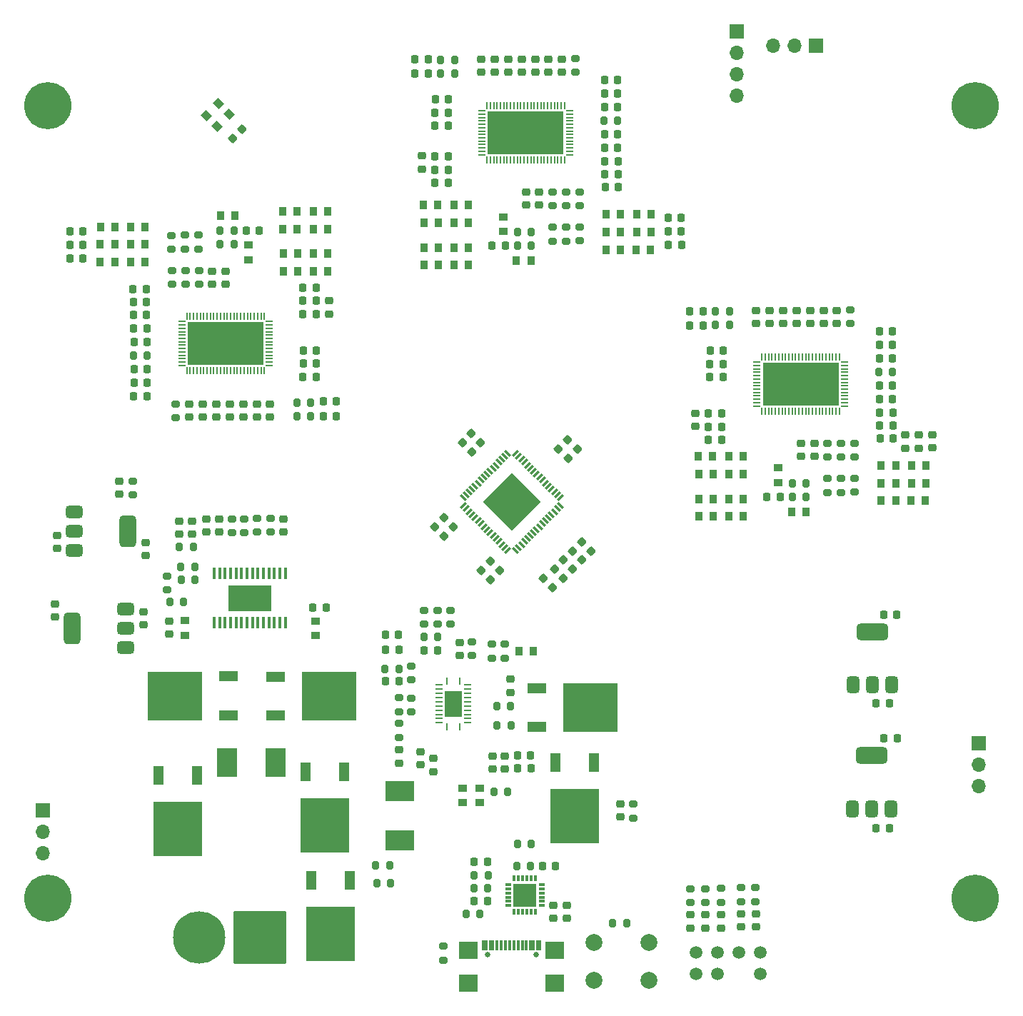
<source format=gts>
%TF.GenerationSoftware,KiCad,Pcbnew,8.0.7*%
%TF.CreationDate,2025-01-21T13:47:34+01:00*%
%TF.ProjectId,motordriver,6d6f746f-7264-4726-9976-65722e6b6963,rev?*%
%TF.SameCoordinates,Original*%
%TF.FileFunction,Soldermask,Top*%
%TF.FilePolarity,Negative*%
%FSLAX46Y46*%
G04 Gerber Fmt 4.6, Leading zero omitted, Abs format (unit mm)*
G04 Created by KiCad (PCBNEW 8.0.7) date 2025-01-21 13:47:34*
%MOMM*%
%LPD*%
G01*
G04 APERTURE LIST*
G04 Aperture macros list*
%AMRoundRect*
0 Rectangle with rounded corners*
0 $1 Rounding radius*
0 $2 $3 $4 $5 $6 $7 $8 $9 X,Y pos of 4 corners*
0 Add a 4 corners polygon primitive as box body*
4,1,4,$2,$3,$4,$5,$6,$7,$8,$9,$2,$3,0*
0 Add four circle primitives for the rounded corners*
1,1,$1+$1,$2,$3*
1,1,$1+$1,$4,$5*
1,1,$1+$1,$6,$7*
1,1,$1+$1,$8,$9*
0 Add four rect primitives between the rounded corners*
20,1,$1+$1,$2,$3,$4,$5,0*
20,1,$1+$1,$4,$5,$6,$7,0*
20,1,$1+$1,$6,$7,$8,$9,0*
20,1,$1+$1,$8,$9,$2,$3,0*%
%AMRotRect*
0 Rectangle, with rotation*
0 The origin of the aperture is its center*
0 $1 length*
0 $2 width*
0 $3 Rotation angle, in degrees counterclockwise*
0 Add horizontal line*
21,1,$1,$2,0,0,$3*%
G04 Aperture macros list end*
%ADD10RoundRect,0.200000X-0.200000X-0.275000X0.200000X-0.275000X0.200000X0.275000X-0.200000X0.275000X0*%
%ADD11RoundRect,0.225000X-0.225000X-0.250000X0.225000X-0.250000X0.225000X0.250000X-0.225000X0.250000X0*%
%ADD12C,1.500000*%
%ADD13RoundRect,0.225000X0.225000X0.250000X-0.225000X0.250000X-0.225000X-0.250000X0.225000X-0.250000X0*%
%ADD14R,2.200000X1.200000*%
%ADD15R,6.400000X5.800000*%
%ADD16R,0.850000X1.050000*%
%ADD17RoundRect,0.200000X-0.275000X0.200000X-0.275000X-0.200000X0.275000X-0.200000X0.275000X0.200000X0*%
%ADD18RoundRect,0.200000X0.200000X0.275000X-0.200000X0.275000X-0.200000X-0.275000X0.200000X-0.275000X0*%
%ADD19RoundRect,0.200000X0.275000X-0.200000X0.275000X0.200000X-0.275000X0.200000X-0.275000X-0.200000X0*%
%ADD20RotRect,0.250000X0.900000X315.000000*%
%ADD21RotRect,0.250000X0.900000X225.000000*%
%ADD22RotRect,4.800000X4.800000X225.000000*%
%ADD23RoundRect,0.225000X-0.250000X0.225000X-0.250000X-0.225000X0.250000X-0.225000X0.250000X0.225000X0*%
%ADD24RoundRect,0.225000X0.335876X0.017678X0.017678X0.335876X-0.335876X-0.017678X-0.017678X-0.335876X0*%
%ADD25C,5.600000*%
%ADD26RoundRect,0.218750X0.256250X-0.218750X0.256250X0.218750X-0.256250X0.218750X-0.256250X-0.218750X0*%
%ADD27RoundRect,0.218750X0.218750X0.256250X-0.218750X0.256250X-0.218750X-0.256250X0.218750X-0.256250X0*%
%ADD28RoundRect,0.225000X-0.017678X0.335876X-0.335876X0.017678X0.017678X-0.335876X0.335876X-0.017678X0*%
%ADD29RoundRect,0.225000X0.250000X-0.225000X0.250000X0.225000X-0.250000X0.225000X-0.250000X-0.225000X0*%
%ADD30R,1.050000X0.850000*%
%ADD31R,1.200000X2.200000*%
%ADD32R,5.800000X6.400000*%
%ADD33RoundRect,0.225000X-0.335876X-0.017678X-0.017678X-0.335876X0.335876X0.017678X0.017678X0.335876X0*%
%ADD34RotRect,0.900000X1.000000X45.000000*%
%ADD35R,0.280000X0.850000*%
%ADD36R,0.850000X0.280000*%
%ADD37R,2.050000X3.100000*%
%ADD38R,3.400000X2.400000*%
%ADD39R,0.450000X1.475000*%
%ADD40R,5.180000X3.100000*%
%ADD41RoundRect,0.375000X0.625000X0.375000X-0.625000X0.375000X-0.625000X-0.375000X0.625000X-0.375000X0*%
%ADD42RoundRect,0.500000X0.500000X1.400000X-0.500000X1.400000X-0.500000X-1.400000X0.500000X-1.400000X0*%
%ADD43R,0.850000X0.200000*%
%ADD44R,0.200000X0.850000*%
%ADD45R,9.100000X5.100000*%
%ADD46RoundRect,0.225000X0.017678X-0.335876X0.335876X-0.017678X-0.017678X0.335876X-0.335876X0.017678X0*%
%ADD47RoundRect,0.375000X0.375000X-0.625000X0.375000X0.625000X-0.375000X0.625000X-0.375000X-0.625000X0*%
%ADD48RoundRect,0.500000X1.400000X-0.500000X1.400000X0.500000X-1.400000X0.500000X-1.400000X-0.500000X0*%
%ADD49RoundRect,0.375000X-0.625000X-0.375000X0.625000X-0.375000X0.625000X0.375000X-0.625000X0.375000X0*%
%ADD50RoundRect,0.500000X-0.500000X-1.400000X0.500000X-1.400000X0.500000X1.400000X-0.500000X1.400000X0*%
%ADD51R,1.700000X1.700000*%
%ADD52O,1.700000X1.700000*%
%ADD53RoundRect,0.218750X-0.218750X-0.256250X0.218750X-0.256250X0.218750X0.256250X-0.218750X0.256250X0*%
%ADD54C,0.650000*%
%ADD55R,0.300000X1.150000*%
%ADD56R,2.180000X2.000000*%
%ADD57C,2.000000*%
%ADD58R,0.800000X0.300000*%
%ADD59R,0.300000X0.800000*%
%ADD60R,2.750000X2.750000*%
%ADD61R,2.400000X3.400000*%
%ADD62C,6.204000*%
%ADD63RoundRect,0.102000X3.000000X3.000000X-3.000000X3.000000X-3.000000X-3.000000X3.000000X-3.000000X0*%
G04 APERTURE END LIST*
D10*
%TO.C,R45*%
X166002501Y-140000000D03*
X167652501Y-140000000D03*
%TD*%
D11*
%TO.C,C83*%
X157677501Y-133200000D03*
X159227501Y-133200000D03*
%TD*%
D10*
%TO.C,R20*%
X152252501Y-114200000D03*
X153902501Y-114200000D03*
%TD*%
D12*
%TO.C,TP3*%
X183507501Y-143460000D03*
%TD*%
D13*
%TO.C,C132*%
X199237501Y-80930000D03*
X197687501Y-80930000D03*
%TD*%
%TO.C,C87*%
X130826601Y-75225000D03*
X129276601Y-75225000D03*
%TD*%
D14*
%TO.C,Q9*%
X156977501Y-112110000D03*
D15*
X163327501Y-114400000D03*
D14*
X156977501Y-116690000D03*
%TD*%
D16*
%TO.C,D72*%
X199552501Y-85680000D03*
X197852501Y-85680000D03*
%TD*%
D17*
%TO.C,R96*%
X191492501Y-87230000D03*
X191492501Y-88880000D03*
%TD*%
D18*
%TO.C,R21*%
X145252501Y-106000000D03*
X143602501Y-106000000D03*
%TD*%
%TO.C,R30*%
X140652501Y-109800000D03*
X139002501Y-109800000D03*
%TD*%
D19*
%TO.C,R99*%
X194202501Y-68880000D03*
X194202501Y-67230000D03*
%TD*%
D12*
%TO.C,TP2*%
X178427501Y-146000000D03*
%TD*%
D20*
%TO.C,IC8*%
X159790421Y-89540381D03*
X159436868Y-89186827D03*
X159083314Y-88833274D03*
X158729761Y-88479720D03*
X158376208Y-88126167D03*
X158022654Y-87772614D03*
X157669101Y-87419060D03*
X157315548Y-87065507D03*
X156961994Y-86711953D03*
X156608441Y-86358400D03*
X156254887Y-86004847D03*
X155901334Y-85651293D03*
X155547781Y-85297740D03*
X155194227Y-84944187D03*
X154840674Y-84590633D03*
X154487120Y-84237080D03*
D21*
X153567882Y-84237080D03*
X153214328Y-84590633D03*
X152860775Y-84944187D03*
X152507221Y-85297740D03*
X152153668Y-85651293D03*
X151800115Y-86004847D03*
X151446561Y-86358400D03*
X151093008Y-86711953D03*
X150739454Y-87065507D03*
X150385901Y-87419060D03*
X150032348Y-87772614D03*
X149678794Y-88126167D03*
X149325241Y-88479720D03*
X148971688Y-88833274D03*
X148618134Y-89186827D03*
X148264581Y-89540381D03*
D20*
X148264581Y-90459619D03*
X148618134Y-90813173D03*
X148971688Y-91166726D03*
X149325241Y-91520280D03*
X149678794Y-91873833D03*
X150032348Y-92227386D03*
X150385901Y-92580940D03*
X150739454Y-92934493D03*
X151093008Y-93288047D03*
X151446561Y-93641600D03*
X151800115Y-93995153D03*
X152153668Y-94348707D03*
X152507221Y-94702260D03*
X152860775Y-95055813D03*
X153214328Y-95409367D03*
X153567882Y-95762920D03*
D21*
X154487120Y-95762920D03*
X154840674Y-95409367D03*
X155194227Y-95055813D03*
X155547781Y-94702260D03*
X155901334Y-94348707D03*
X156254887Y-93995153D03*
X156608441Y-93641600D03*
X156961994Y-93288047D03*
X157315548Y-92934493D03*
X157669101Y-92580940D03*
X158022654Y-92227386D03*
X158376208Y-91873833D03*
X158729761Y-91520280D03*
X159083314Y-91166726D03*
X159436868Y-90813173D03*
X159790421Y-90459619D03*
D22*
X154027501Y-90000000D03*
%TD*%
D11*
%TO.C,C98*%
X109216601Y-75855000D03*
X110766601Y-75855000D03*
%TD*%
D16*
%TO.C,D54*%
X121186601Y-56075000D03*
X119486601Y-56075000D03*
%TD*%
D17*
%TO.C,R36*%
X120827501Y-92025000D03*
X120827501Y-93675000D03*
%TD*%
D10*
%TO.C,R54*%
X164962501Y-44810000D03*
X166612501Y-44810000D03*
%TD*%
D18*
%TO.C,R56*%
X156352501Y-57980000D03*
X154702501Y-57980000D03*
%TD*%
D23*
%TO.C,C12*%
X151727501Y-120125000D03*
X151727501Y-121675000D03*
%TD*%
D24*
%TO.C,C80*%
X160179493Y-99044024D03*
X159083477Y-97948008D03*
%TD*%
D10*
%TO.C,R23*%
X152277501Y-116500000D03*
X153927501Y-116500000D03*
%TD*%
D25*
%TO.C,H2*%
X209027501Y-43000000D03*
%TD*%
D10*
%TO.C,R104*%
X187302501Y-89380000D03*
X188952501Y-89380000D03*
%TD*%
D13*
%TO.C,C51*%
X166637501Y-49610000D03*
X165087501Y-49610000D03*
%TD*%
D26*
%TO.C,D7*%
X153902501Y-112600000D03*
X153902501Y-111025000D03*
%TD*%
D13*
%TO.C,C107*%
X130802501Y-66100000D03*
X129252501Y-66100000D03*
%TD*%
D16*
%TO.C,D43*%
X128626601Y-62675000D03*
X126926601Y-62675000D03*
%TD*%
D12*
%TO.C,TP7*%
X183507501Y-146000000D03*
%TD*%
D18*
%TO.C,R63*%
X156352501Y-130600000D03*
X154702501Y-130600000D03*
%TD*%
D13*
%TO.C,C28*%
X198802501Y-128700000D03*
X197252501Y-128700000D03*
%TD*%
D19*
%TO.C,R26*%
X146727501Y-104525000D03*
X146727501Y-102875000D03*
%TD*%
D23*
%TO.C,C20*%
X110577501Y-94825000D03*
X110577501Y-96375000D03*
%TD*%
D16*
%TO.C,D41*%
X128586601Y-57625000D03*
X126886601Y-57625000D03*
%TD*%
D11*
%TO.C,C44*%
X144927501Y-49000000D03*
X146477501Y-49000000D03*
%TD*%
D10*
%TO.C,R53*%
X145577501Y-37640000D03*
X147227501Y-37640000D03*
%TD*%
D27*
%TO.C,D49*%
X133251601Y-79815000D03*
X131676601Y-79815000D03*
%TD*%
D17*
%TO.C,R28*%
X142127501Y-113275000D03*
X142127501Y-114925000D03*
%TD*%
D23*
%TO.C,C23*%
X143227501Y-119625000D03*
X143227501Y-121175000D03*
%TD*%
D26*
%TO.C,D30*%
X182967501Y-140420000D03*
X182967501Y-138845000D03*
%TD*%
D19*
%TO.C,R31*%
X125427501Y-93575000D03*
X125427501Y-91925000D03*
%TD*%
D13*
%TO.C,C41*%
X166587501Y-40010000D03*
X165037501Y-40010000D03*
%TD*%
D28*
%TO.C,C74*%
X147075509Y-92951992D03*
X145979493Y-94048008D03*
%TD*%
D29*
%TO.C,C100*%
X122176601Y-79925000D03*
X122176601Y-78375000D03*
%TD*%
D11*
%TO.C,C31*%
X198177501Y-118000000D03*
X199727501Y-118000000D03*
%TD*%
D16*
%TO.C,D44*%
X126926601Y-60575000D03*
X128626601Y-60575000D03*
%TD*%
D10*
%TO.C,R101*%
X197562501Y-74610000D03*
X199212501Y-74610000D03*
%TD*%
D17*
%TO.C,R42*%
X113127501Y-98775000D03*
X113127501Y-100425000D03*
%TD*%
D19*
%TO.C,R69*%
X116916601Y-64225000D03*
X116916601Y-62575000D03*
%TD*%
D17*
%TO.C,R98*%
X194692501Y-87180000D03*
X194692501Y-88830000D03*
%TD*%
D26*
%TO.C,D31*%
X181257501Y-140420000D03*
X181257501Y-138845000D03*
%TD*%
D23*
%TO.C,C138*%
X189402501Y-67330000D03*
X189402501Y-68880000D03*
%TD*%
D13*
%TO.C,C104*%
X130851601Y-72025000D03*
X129301601Y-72025000D03*
%TD*%
D23*
%TO.C,C109*%
X118476601Y-62650000D03*
X118476601Y-64200000D03*
%TD*%
D30*
%TO.C,D5*%
X148227501Y-123950000D03*
X148227501Y-125650000D03*
%TD*%
D31*
%TO.C,Q11*%
X134117501Y-122050000D03*
D32*
X131827501Y-128400000D03*
D31*
X129537501Y-122050000D03*
%TD*%
D29*
%TO.C,C16*%
X100077501Y-95500000D03*
X100077501Y-93950000D03*
%TD*%
D23*
%TO.C,C37*%
X113427501Y-104150000D03*
X113427501Y-105700000D03*
%TD*%
D33*
%TO.C,C68*%
X161276406Y-95812652D03*
X162372422Y-96908668D03*
%TD*%
D14*
%TO.C,Q12*%
X126027501Y-110720000D03*
D15*
X132377501Y-113010000D03*
D14*
X126027501Y-115300000D03*
%TD*%
D34*
%TO.C,Y1*%
X119042577Y-45484924D03*
X120527501Y-44000000D03*
X119254709Y-42727208D03*
X117769785Y-44212132D03*
%TD*%
D16*
%TO.C,D37*%
X130486601Y-57625000D03*
X132186601Y-57625000D03*
%TD*%
D18*
%TO.C,R15*%
X153552501Y-124400000D03*
X151902501Y-124400000D03*
%TD*%
D23*
%TO.C,C128*%
X202317101Y-82083400D03*
X202317101Y-83633400D03*
%TD*%
D33*
%TO.C,C67*%
X162379493Y-94751992D03*
X163475509Y-95848008D03*
%TD*%
D35*
%TO.C,IC6*%
X147852501Y-116675000D03*
D36*
X148827501Y-116200000D03*
X148827501Y-115700000D03*
X148827501Y-115200000D03*
X148827501Y-114700000D03*
X148827501Y-114200000D03*
X148827501Y-113700000D03*
X148827501Y-113200000D03*
X148827501Y-112700000D03*
X148827501Y-112200000D03*
X148827501Y-111700000D03*
D35*
X147852501Y-111225000D03*
X146352501Y-111225000D03*
D36*
X145377501Y-111700000D03*
X145377501Y-112200000D03*
X145377501Y-112700000D03*
X145377501Y-113200000D03*
X145377501Y-113700000D03*
X145377501Y-114200000D03*
X145377501Y-114700000D03*
X145377501Y-115200000D03*
X145377501Y-115700000D03*
X145377501Y-116200000D03*
D35*
X146352501Y-116675000D03*
D37*
X147102501Y-113950000D03*
%TD*%
D29*
%TO.C,C79*%
X160537501Y-139400000D03*
X160537501Y-137850000D03*
%TD*%
D16*
%TO.C,D14*%
X145252501Y-54780000D03*
X143552501Y-54780000D03*
%TD*%
D23*
%TO.C,C39*%
X160002501Y-37530000D03*
X160002501Y-39080000D03*
%TD*%
D29*
%TO.C,C101*%
X118976601Y-79925000D03*
X118976601Y-78375000D03*
%TD*%
D38*
%TO.C,L1*%
X140727501Y-130100000D03*
X140727501Y-124300000D03*
%TD*%
D17*
%TO.C,R16*%
X168427501Y-125825000D03*
X168427501Y-127475000D03*
%TD*%
D10*
%TO.C,R55*%
X145577501Y-39190000D03*
X147227501Y-39190000D03*
%TD*%
D19*
%TO.C,R38*%
X123827501Y-93575000D03*
X123827501Y-91925000D03*
%TD*%
D16*
%TO.C,D13*%
X143592501Y-61930000D03*
X145292501Y-61930000D03*
%TD*%
D10*
%TO.C,R77*%
X119426601Y-59475000D03*
X121076601Y-59475000D03*
%TD*%
D19*
%TO.C,R60*%
X175207501Y-137525000D03*
X175207501Y-135875000D03*
%TD*%
D11*
%TO.C,C61*%
X144927501Y-52125000D03*
X146477501Y-52125000D03*
%TD*%
D23*
%TO.C,C111*%
X120051601Y-62655000D03*
X120051601Y-64205000D03*
%TD*%
D18*
%TO.C,R103*%
X188952501Y-87780000D03*
X187302501Y-87780000D03*
%TD*%
D19*
%TO.C,R59*%
X181227501Y-137395000D03*
X181227501Y-135745000D03*
%TD*%
D23*
%TO.C,C56*%
X156802501Y-37530000D03*
X156802501Y-39080000D03*
%TD*%
D17*
%TO.C,R93*%
X194662501Y-83030000D03*
X194662501Y-84680000D03*
%TD*%
D23*
%TO.C,C11*%
X166927501Y-125825000D03*
X166927501Y-127375000D03*
%TD*%
D18*
%TO.C,R37*%
X116452501Y-99200000D03*
X114802501Y-99200000D03*
%TD*%
D17*
%TO.C,R47*%
X160462501Y-53230000D03*
X160462501Y-54880000D03*
%TD*%
D23*
%TO.C,C32*%
X116127501Y-92275000D03*
X116127501Y-93825000D03*
%TD*%
D16*
%TO.C,D61*%
X177852501Y-84580000D03*
X176152501Y-84580000D03*
%TD*%
D19*
%TO.C,R71*%
X115286601Y-60025000D03*
X115286601Y-58375000D03*
%TD*%
D23*
%TO.C,C48*%
X152002501Y-37530000D03*
X152002501Y-39080000D03*
%TD*%
D19*
%TO.C,R68*%
X115316601Y-64225000D03*
X115316601Y-62575000D03*
%TD*%
D11*
%TO.C,C134*%
X197612501Y-76210000D03*
X199162501Y-76210000D03*
%TD*%
D13*
%TO.C,C135*%
X199162501Y-71400000D03*
X197612501Y-71400000D03*
%TD*%
D39*
%TO.C,IC7*%
X127177501Y-98474000D03*
X126527501Y-98474000D03*
X125877501Y-98474000D03*
X125227501Y-98474000D03*
X124577501Y-98474000D03*
X123927501Y-98474000D03*
X123277501Y-98474000D03*
X122627501Y-98474000D03*
X121977501Y-98474000D03*
X121327501Y-98474000D03*
X120677501Y-98474000D03*
X120027501Y-98474000D03*
X119377501Y-98474000D03*
X118727501Y-98474000D03*
X118727501Y-104350000D03*
X119377501Y-104350000D03*
X120027501Y-104350000D03*
X120677501Y-104350000D03*
X121327501Y-104350000D03*
X121977501Y-104350000D03*
X122627501Y-104350000D03*
X123277501Y-104350000D03*
X123927501Y-104350000D03*
X124577501Y-104350000D03*
X125227501Y-104350000D03*
X125877501Y-104350000D03*
X126527501Y-104350000D03*
X127177501Y-104350000D03*
D40*
X122952501Y-101412000D03*
%TD*%
D19*
%TO.C,R17*%
X140627501Y-114900000D03*
X140627501Y-113250000D03*
%TD*%
D23*
%TO.C,C21*%
X144727501Y-120425000D03*
X144727501Y-121975000D03*
%TD*%
D41*
%TO.C,U3*%
X108227501Y-107300000D03*
X108227501Y-105000000D03*
D42*
X101927501Y-105000000D03*
D41*
X108227501Y-102700000D03*
%TD*%
D16*
%TO.C,D47*%
X108826601Y-59475000D03*
X110526601Y-59475000D03*
%TD*%
D30*
%TO.C,D6*%
X150227501Y-123950000D03*
X150227501Y-125650000D03*
%TD*%
D25*
%TO.C,H4*%
X99027501Y-137000000D03*
%TD*%
D11*
%TO.C,C91*%
X101636601Y-59525000D03*
X103186601Y-59525000D03*
%TD*%
D13*
%TO.C,C136*%
X199162501Y-73010000D03*
X197612501Y-73010000D03*
%TD*%
D18*
%TO.C,R74*%
X130201601Y-79815000D03*
X128551601Y-79815000D03*
%TD*%
D19*
%TO.C,R62*%
X178827501Y-137500000D03*
X178827501Y-135850000D03*
%TD*%
D43*
%TO.C,U5*%
X150492501Y-43630000D03*
X150492501Y-44030000D03*
X150492501Y-44430000D03*
X150492501Y-44830000D03*
X150492501Y-45230000D03*
X150492501Y-45630000D03*
X150492501Y-46030000D03*
X150492501Y-46430000D03*
X150492501Y-46830000D03*
X150492501Y-47230000D03*
X150492501Y-47630000D03*
X150492501Y-48030000D03*
X150492501Y-48430000D03*
X150492501Y-48830000D03*
D44*
X151092501Y-49430000D03*
X151492501Y-49430000D03*
X151892501Y-49430000D03*
X152292501Y-49430000D03*
X152692501Y-49430000D03*
X153092501Y-49430000D03*
X153492501Y-49430000D03*
X153892501Y-49430000D03*
X154292501Y-49430000D03*
X154692501Y-49430000D03*
X155092501Y-49430000D03*
X155492501Y-49430000D03*
X155892501Y-49430000D03*
X156292501Y-49430000D03*
X156692501Y-49430000D03*
X157092501Y-49430000D03*
X157492501Y-49430000D03*
X157892501Y-49430000D03*
X158292501Y-49430000D03*
X158692501Y-49430000D03*
X159092501Y-49430000D03*
X159492501Y-49430000D03*
X159892501Y-49430000D03*
X160292501Y-49430000D03*
D43*
X160892501Y-48830000D03*
X160892501Y-48430000D03*
X160892501Y-48030000D03*
X160892501Y-47630000D03*
X160892501Y-47230000D03*
X160892501Y-46830000D03*
X160892501Y-46430000D03*
X160892501Y-46030000D03*
X160892501Y-45630000D03*
X160892501Y-45230000D03*
X160892501Y-44830000D03*
X160892501Y-44430000D03*
X160892501Y-44030000D03*
X160892501Y-43630000D03*
D44*
X160292501Y-43030000D03*
X159892501Y-43030000D03*
X159492501Y-43030000D03*
X159092501Y-43030000D03*
X158692501Y-43030000D03*
X158292501Y-43030000D03*
X157892501Y-43030000D03*
X157492501Y-43030000D03*
X157092501Y-43030000D03*
X156692501Y-43030000D03*
X156292501Y-43030000D03*
X155892501Y-43030000D03*
X155492501Y-43030000D03*
X155092501Y-43030000D03*
X154692501Y-43030000D03*
X154292501Y-43030000D03*
X153892501Y-43030000D03*
X153492501Y-43030000D03*
X153092501Y-43030000D03*
X152692501Y-43030000D03*
X152292501Y-43030000D03*
X151892501Y-43030000D03*
X151492501Y-43030000D03*
X151092501Y-43030000D03*
D45*
X155692501Y-46230000D03*
%TD*%
D46*
%TO.C,C69*%
X120942577Y-46884924D03*
X122038593Y-45788908D03*
%TD*%
D12*
%TO.C,TP4*%
X175887501Y-143460000D03*
%TD*%
D23*
%TO.C,C129*%
X203917101Y-82058400D03*
X203917101Y-83608400D03*
%TD*%
D13*
%TO.C,C47*%
X174167501Y-59530000D03*
X172617501Y-59530000D03*
%TD*%
D28*
%TO.C,C76*%
X152573109Y-98159992D03*
X151477093Y-99256008D03*
%TD*%
D29*
%TO.C,C66*%
X155727501Y-54800000D03*
X155727501Y-53250000D03*
%TD*%
D16*
%TO.C,D20*%
X166952501Y-60080000D03*
X165252501Y-60080000D03*
%TD*%
D47*
%TO.C,U1*%
X194527501Y-111700000D03*
X196827501Y-111700000D03*
D48*
X196827501Y-105400000D03*
D47*
X199127501Y-111700000D03*
%TD*%
D13*
%TO.C,C40*%
X166662501Y-52710000D03*
X165112501Y-52710000D03*
%TD*%
D49*
%TO.C,U2*%
X102177501Y-91200000D03*
X102177501Y-93500000D03*
D50*
X108477501Y-93500000D03*
D49*
X102177501Y-95800000D03*
%TD*%
D23*
%TO.C,C24*%
X140627501Y-119425000D03*
X140627501Y-120975000D03*
%TD*%
D13*
%TO.C,C140*%
X199187501Y-77810000D03*
X197637501Y-77810000D03*
%TD*%
D30*
%TO.C,D28*%
X152992501Y-56187500D03*
X152992501Y-57887500D03*
%TD*%
D13*
%TO.C,C50*%
X166637501Y-51130000D03*
X165087501Y-51130000D03*
%TD*%
D16*
%TO.C,D38*%
X132186601Y-55525000D03*
X130486601Y-55525000D03*
%TD*%
D27*
%TO.C,D52*%
X133251601Y-78100000D03*
X131676601Y-78100000D03*
%TD*%
D10*
%TO.C,R41*%
X113477501Y-101900000D03*
X115127501Y-101900000D03*
%TD*%
D46*
%TO.C,C73*%
X159579493Y-83716638D03*
X160675509Y-82620622D03*
%TD*%
D13*
%TO.C,C97*%
X110766601Y-71045000D03*
X109216601Y-71045000D03*
%TD*%
D24*
%TO.C,C70*%
X150336169Y-82987348D03*
X149240153Y-81891332D03*
%TD*%
D16*
%TO.C,D22*%
X166952501Y-57980000D03*
X165252501Y-57980000D03*
%TD*%
D27*
%TO.C,D35*%
X151127501Y-132650000D03*
X149552501Y-132650000D03*
%TD*%
D31*
%TO.C,Q10*%
X134807501Y-134900000D03*
D32*
X132527501Y-141200000D03*
D31*
X130247501Y-134900000D03*
%TD*%
D16*
%TO.C,D8*%
X156577501Y-107700000D03*
X154877501Y-107700000D03*
%TD*%
D13*
%TO.C,C105*%
X130851601Y-73625000D03*
X129301601Y-73625000D03*
%TD*%
D23*
%TO.C,C139*%
X191002501Y-67305000D03*
X191002501Y-68855000D03*
%TD*%
D10*
%TO.C,R66*%
X149555001Y-135800000D03*
X151205001Y-135800000D03*
%TD*%
D23*
%TO.C,C45*%
X155202501Y-37505000D03*
X155202501Y-39055000D03*
%TD*%
D19*
%TO.C,R18*%
X140627501Y-117925000D03*
X140627501Y-116275000D03*
%TD*%
D16*
%TO.C,D39*%
X130526601Y-62675000D03*
X132226601Y-62675000D03*
%TD*%
%TO.C,D51*%
X105226601Y-61575000D03*
X106926601Y-61575000D03*
%TD*%
D19*
%TO.C,R72*%
X113686601Y-60075000D03*
X113686601Y-58425000D03*
%TD*%
D17*
%TO.C,R22*%
X149327501Y-106600000D03*
X149327501Y-108250000D03*
%TD*%
D13*
%TO.C,C133*%
X199237501Y-79410000D03*
X197687501Y-79410000D03*
%TD*%
%TO.C,C53*%
X166562501Y-41600000D03*
X165012501Y-41600000D03*
%TD*%
D26*
%TO.C,D33*%
X177027501Y-140550000D03*
X177027501Y-138975000D03*
%TD*%
D17*
%TO.C,R48*%
X158862501Y-53230000D03*
X158862501Y-54880000D03*
%TD*%
D13*
%TO.C,C46*%
X174142501Y-57930000D03*
X172592501Y-57930000D03*
%TD*%
D25*
%TO.C,H1*%
X99027501Y-43000000D03*
%TD*%
D43*
%TO.C,U7*%
X125286601Y-73825000D03*
X125286601Y-73425000D03*
X125286601Y-73025000D03*
X125286601Y-72625000D03*
X125286601Y-72225000D03*
X125286601Y-71825000D03*
X125286601Y-71425000D03*
X125286601Y-71025000D03*
X125286601Y-70625000D03*
X125286601Y-70225000D03*
X125286601Y-69825000D03*
X125286601Y-69425000D03*
X125286601Y-69025000D03*
X125286601Y-68625000D03*
D44*
X124686601Y-68025000D03*
X124286601Y-68025000D03*
X123886601Y-68025000D03*
X123486601Y-68025000D03*
X123086601Y-68025000D03*
X122686601Y-68025000D03*
X122286601Y-68025000D03*
X121886601Y-68025000D03*
X121486601Y-68025000D03*
X121086601Y-68025000D03*
X120686601Y-68025000D03*
X120286601Y-68025000D03*
X119886601Y-68025000D03*
X119486601Y-68025000D03*
X119086601Y-68025000D03*
X118686601Y-68025000D03*
X118286601Y-68025000D03*
X117886601Y-68025000D03*
X117486601Y-68025000D03*
X117086601Y-68025000D03*
X116686601Y-68025000D03*
X116286601Y-68025000D03*
X115886601Y-68025000D03*
X115486601Y-68025000D03*
D43*
X114886601Y-68625000D03*
X114886601Y-69025000D03*
X114886601Y-69425000D03*
X114886601Y-69825000D03*
X114886601Y-70225000D03*
X114886601Y-70625000D03*
X114886601Y-71025000D03*
X114886601Y-71425000D03*
X114886601Y-71825000D03*
X114886601Y-72225000D03*
X114886601Y-72625000D03*
X114886601Y-73025000D03*
X114886601Y-73425000D03*
X114886601Y-73825000D03*
D44*
X115486601Y-74425000D03*
X115886601Y-74425000D03*
X116286601Y-74425000D03*
X116686601Y-74425000D03*
X117086601Y-74425000D03*
X117486601Y-74425000D03*
X117886601Y-74425000D03*
X118286601Y-74425000D03*
X118686601Y-74425000D03*
X119086601Y-74425000D03*
X119486601Y-74425000D03*
X119886601Y-74425000D03*
X120286601Y-74425000D03*
X120686601Y-74425000D03*
X121086601Y-74425000D03*
X121486601Y-74425000D03*
X121886601Y-74425000D03*
X122286601Y-74425000D03*
X122686601Y-74425000D03*
X123086601Y-74425000D03*
X123486601Y-74425000D03*
X123886601Y-74425000D03*
X124286601Y-74425000D03*
X124686601Y-74425000D03*
D45*
X120086601Y-71225000D03*
%TD*%
D18*
%TO.C,R78*%
X121076601Y-57875000D03*
X119426601Y-57875000D03*
%TD*%
D17*
%TO.C,R44*%
X145927501Y-142675000D03*
X145927501Y-144325000D03*
%TD*%
D11*
%TO.C,C126*%
X177352501Y-79500000D03*
X178902501Y-79500000D03*
%TD*%
D17*
%TO.C,R50*%
X160492501Y-57430000D03*
X160492501Y-59080000D03*
%TD*%
D11*
%TO.C,C62*%
X144927501Y-50600000D03*
X146477501Y-50600000D03*
%TD*%
D28*
%TO.C,C75*%
X145979493Y-91855976D03*
X144883477Y-92951992D03*
%TD*%
D19*
%TO.C,R19*%
X143627501Y-104525000D03*
X143627501Y-102875000D03*
%TD*%
D11*
%TO.C,C147*%
X184302501Y-89380000D03*
X185852501Y-89380000D03*
%TD*%
D13*
%TO.C,C106*%
X130802501Y-64575000D03*
X129252501Y-64575000D03*
%TD*%
D17*
%TO.C,R94*%
X193062501Y-83030000D03*
X193062501Y-84680000D03*
%TD*%
D16*
%TO.C,D69*%
X199552501Y-87780000D03*
X197852501Y-87780000D03*
%TD*%
%TO.C,D18*%
X147152501Y-54780000D03*
X148852501Y-54780000D03*
%TD*%
%TO.C,D64*%
X181492501Y-91730000D03*
X179792501Y-91730000D03*
%TD*%
%TO.C,D62*%
X176202501Y-86680000D03*
X177902501Y-86680000D03*
%TD*%
D12*
%TO.C,TP6*%
X180967501Y-143460000D03*
%TD*%
D11*
%TO.C,C141*%
X177527501Y-75230000D03*
X179077501Y-75230000D03*
%TD*%
D24*
%TO.C,C81*%
X161275509Y-97948008D03*
X160179493Y-96851992D03*
%TD*%
D23*
%TO.C,C127*%
X187802501Y-67305000D03*
X187802501Y-68855000D03*
%TD*%
D16*
%TO.C,D26*%
X170552501Y-55880000D03*
X168852501Y-55880000D03*
%TD*%
D18*
%TO.C,R43*%
X150252501Y-138900000D03*
X148602501Y-138900000D03*
%TD*%
D16*
%TO.C,D73*%
X203152501Y-85680000D03*
X201452501Y-85680000D03*
%TD*%
D11*
%TO.C,C96*%
X109141601Y-67845000D03*
X110691601Y-67845000D03*
%TD*%
D30*
%TO.C,D11*%
X130727501Y-104150000D03*
X130727501Y-105850000D03*
%TD*%
D16*
%TO.C,D68*%
X203102501Y-89880000D03*
X201402501Y-89880000D03*
%TD*%
D29*
%TO.C,C108*%
X132327501Y-67725000D03*
X132327501Y-66175000D03*
%TD*%
%TO.C,C15*%
X147827501Y-108200000D03*
X147827501Y-106650000D03*
%TD*%
D16*
%TO.C,D46*%
X105276601Y-57375000D03*
X106976601Y-57375000D03*
%TD*%
D51*
%TO.C,J3*%
X180727501Y-34200000D03*
D52*
X180727501Y-36740000D03*
X180727501Y-39280000D03*
X180727501Y-41820000D03*
%TD*%
D11*
%TO.C,C124*%
X177552501Y-72030000D03*
X179102501Y-72030000D03*
%TD*%
D53*
%TO.C,D74*%
X175127501Y-69100000D03*
X176702501Y-69100000D03*
%TD*%
D10*
%TO.C,R29*%
X138002501Y-135200000D03*
X139652501Y-135200000D03*
%TD*%
D17*
%TO.C,R32*%
X109077501Y-87525000D03*
X109077501Y-89175000D03*
%TD*%
D11*
%TO.C,C19*%
X154752501Y-121600000D03*
X156302501Y-121600000D03*
%TD*%
%TO.C,C103*%
X109191601Y-69445000D03*
X110741601Y-69445000D03*
%TD*%
D30*
%TO.C,D10*%
X115227501Y-104100000D03*
X115227501Y-105800000D03*
%TD*%
D16*
%TO.C,D65*%
X179752501Y-84580000D03*
X181452501Y-84580000D03*
%TD*%
D54*
%TO.C,P1*%
X151137501Y-143670000D03*
X156917501Y-143670000D03*
D55*
X150677501Y-142595000D03*
X151477501Y-142595000D03*
X152777501Y-142595000D03*
X153777501Y-142595000D03*
X154277501Y-142595000D03*
X155277501Y-142595000D03*
X156577501Y-142595000D03*
X157377501Y-142595000D03*
X157077501Y-142595000D03*
X156277501Y-142595000D03*
X155777501Y-142595000D03*
X154777501Y-142595000D03*
X153277501Y-142595000D03*
X152277501Y-142595000D03*
X151777501Y-142595000D03*
X150977501Y-142595000D03*
D56*
X148917501Y-147100000D03*
X159137501Y-147100000D03*
X148917501Y-143170000D03*
X159137501Y-143170000D03*
%TD*%
D24*
%TO.C,C71*%
X149275509Y-84048008D03*
X148179493Y-82951992D03*
%TD*%
D11*
%TO.C,C60*%
X144927501Y-43830000D03*
X146477501Y-43830000D03*
%TD*%
%TO.C,C142*%
X177527501Y-73630000D03*
X179077501Y-73630000D03*
%TD*%
D29*
%TO.C,C102*%
X117376601Y-79950000D03*
X117376601Y-78400000D03*
%TD*%
D17*
%TO.C,R35*%
X122327501Y-92000000D03*
X122327501Y-93650000D03*
%TD*%
D16*
%TO.C,D29*%
X154592501Y-61380000D03*
X156292501Y-61380000D03*
%TD*%
D23*
%TO.C,C57*%
X158402501Y-37505000D03*
X158402501Y-39055000D03*
%TD*%
%TO.C,C63*%
X143402501Y-48975000D03*
X143402501Y-50525000D03*
%TD*%
D13*
%TO.C,C123*%
X199187501Y-69810000D03*
X197637501Y-69810000D03*
%TD*%
D16*
%TO.C,D67*%
X199552501Y-89880000D03*
X197852501Y-89880000D03*
%TD*%
D33*
%TO.C,C82*%
X157779493Y-99051992D03*
X158875509Y-100148008D03*
%TD*%
D11*
%TO.C,C18*%
X143652501Y-107600000D03*
X145202501Y-107600000D03*
%TD*%
D16*
%TO.C,D40*%
X132176601Y-60575000D03*
X130476601Y-60575000D03*
%TD*%
D23*
%TO.C,C35*%
X119327501Y-92000000D03*
X119327501Y-93550000D03*
%TD*%
D16*
%TO.C,D70*%
X203152501Y-87780000D03*
X201452501Y-87780000D03*
%TD*%
D19*
%TO.C,R25*%
X145227501Y-104525000D03*
X145227501Y-102875000D03*
%TD*%
D23*
%TO.C,C49*%
X150402501Y-37530000D03*
X150402501Y-39080000D03*
%TD*%
D16*
%TO.C,D45*%
X108826601Y-57375000D03*
X110526601Y-57375000D03*
%TD*%
%TO.C,D42*%
X126886601Y-55525000D03*
X128586601Y-55525000D03*
%TD*%
D18*
%TO.C,R40*%
X116252501Y-95375000D03*
X114602501Y-95375000D03*
%TD*%
D23*
%TO.C,C131*%
X183002501Y-67330000D03*
X183002501Y-68880000D03*
%TD*%
D46*
%TO.C,C72*%
X160710863Y-84848008D03*
X161806879Y-83751992D03*
%TD*%
D53*
%TO.C,D24*%
X142527501Y-37500000D03*
X144102501Y-37500000D03*
%TD*%
D19*
%TO.C,R34*%
X151677501Y-108525000D03*
X151677501Y-106875000D03*
%TD*%
D17*
%TO.C,R51*%
X162092501Y-57380000D03*
X162092501Y-59030000D03*
%TD*%
D12*
%TO.C,TP1*%
X175887501Y-146000000D03*
%TD*%
D16*
%TO.C,D60*%
X176192501Y-91730000D03*
X177892501Y-91730000D03*
%TD*%
D18*
%TO.C,R76*%
X130201601Y-78265000D03*
X128551601Y-78265000D03*
%TD*%
D29*
%TO.C,C90*%
X120576601Y-79950000D03*
X120576601Y-78400000D03*
%TD*%
D10*
%TO.C,R64*%
X154602501Y-133200000D03*
X156252501Y-133200000D03*
%TD*%
D53*
%TO.C,D71*%
X175127501Y-67440000D03*
X176702501Y-67440000D03*
%TD*%
D11*
%TO.C,C65*%
X151702501Y-59580000D03*
X153252501Y-59580000D03*
%TD*%
D13*
%TO.C,C58*%
X166587501Y-48010000D03*
X165037501Y-48010000D03*
%TD*%
D23*
%TO.C,C121*%
X192602501Y-67330000D03*
X192602501Y-68880000D03*
%TD*%
D13*
%TO.C,C110*%
X124076601Y-57875000D03*
X122526601Y-57875000D03*
%TD*%
D23*
%TO.C,C22*%
X110327501Y-103025000D03*
X110327501Y-104575000D03*
%TD*%
D19*
%TO.C,R52*%
X161602501Y-39080000D03*
X161602501Y-37430000D03*
%TD*%
%TO.C,R67*%
X113716601Y-64225000D03*
X113716601Y-62575000D03*
%TD*%
D23*
%TO.C,C130*%
X184602501Y-67330000D03*
X184602501Y-68880000D03*
%TD*%
D29*
%TO.C,C94*%
X125376601Y-79925000D03*
X125376601Y-78375000D03*
%TD*%
D11*
%TO.C,C13*%
X198152501Y-103350000D03*
X199702501Y-103350000D03*
%TD*%
D19*
%TO.C,R58*%
X182927501Y-137395000D03*
X182927501Y-135745000D03*
%TD*%
D23*
%TO.C,C125*%
X200717101Y-82083400D03*
X200717101Y-83633400D03*
%TD*%
D16*
%TO.C,D15*%
X143602501Y-56880000D03*
X145302501Y-56880000D03*
%TD*%
%TO.C,D21*%
X170502501Y-60080000D03*
X168802501Y-60080000D03*
%TD*%
D10*
%TO.C,R24*%
X137902501Y-133100000D03*
X139552501Y-133100000D03*
%TD*%
D57*
%TO.C,SW1*%
X163777501Y-142250000D03*
X170277501Y-142250000D03*
X163777501Y-146750000D03*
X170277501Y-146750000D03*
%TD*%
D11*
%TO.C,C95*%
X109141601Y-66325000D03*
X110691601Y-66325000D03*
%TD*%
D19*
%TO.C,R27*%
X142127501Y-111125000D03*
X142127501Y-109475000D03*
%TD*%
D47*
%TO.C,U4*%
X194427501Y-126400000D03*
X196727501Y-126400000D03*
D48*
X196727501Y-120100000D03*
D47*
X199027501Y-126400000D03*
%TD*%
D13*
%TO.C,C17*%
X156252501Y-120100000D03*
X154702501Y-120100000D03*
%TD*%
D16*
%TO.C,D12*%
X145292501Y-59830000D03*
X143592501Y-59830000D03*
%TD*%
D13*
%TO.C,C122*%
X199262501Y-82510000D03*
X197712501Y-82510000D03*
%TD*%
D27*
%TO.C,D36*%
X151127501Y-137350000D03*
X149552501Y-137350000D03*
%TD*%
D10*
%TO.C,R100*%
X178177501Y-67440000D03*
X179827501Y-67440000D03*
%TD*%
D17*
%TO.C,R33*%
X153227501Y-106875000D03*
X153227501Y-108525000D03*
%TD*%
D18*
%TO.C,R75*%
X110816601Y-72645000D03*
X109166601Y-72645000D03*
%TD*%
D13*
%TO.C,C10*%
X198802501Y-113900000D03*
X197252501Y-113900000D03*
%TD*%
D23*
%TO.C,C145*%
X175827501Y-79475000D03*
X175827501Y-81025000D03*
%TD*%
D58*
%TO.C,U6*%
X157577501Y-137873000D03*
X157577501Y-137373000D03*
X157577501Y-136873000D03*
X157577501Y-136373000D03*
X157577501Y-135873000D03*
X157577501Y-135373000D03*
D59*
X156827501Y-134623000D03*
X156327501Y-134623000D03*
X155827501Y-134623000D03*
X155327501Y-134623000D03*
X154827501Y-134623000D03*
X154327501Y-134623000D03*
D58*
X153577501Y-135373000D03*
X153577501Y-135873000D03*
X153577501Y-136373000D03*
X153577501Y-136873000D03*
X153577501Y-137373000D03*
X153577501Y-137873000D03*
D59*
X154327501Y-138623000D03*
X154827501Y-138623000D03*
X155327501Y-138623000D03*
X155827501Y-138623000D03*
X156327501Y-138623000D03*
X156827501Y-138623000D03*
D60*
X155577501Y-136623000D03*
%TD*%
D26*
%TO.C,D34*%
X178827501Y-140550000D03*
X178827501Y-138975000D03*
%TD*%
D11*
%TO.C,C59*%
X144927501Y-45430000D03*
X146477501Y-45430000D03*
%TD*%
D16*
%TO.C,D16*%
X147192501Y-59830000D03*
X148892501Y-59830000D03*
%TD*%
D25*
%TO.C,H3*%
X209027501Y-137000000D03*
%TD*%
D43*
%TO.C,U8*%
X183092501Y-73430000D03*
X183092501Y-73830000D03*
X183092501Y-74230000D03*
X183092501Y-74630000D03*
X183092501Y-75030000D03*
X183092501Y-75430000D03*
X183092501Y-75830000D03*
X183092501Y-76230000D03*
X183092501Y-76630000D03*
X183092501Y-77030000D03*
X183092501Y-77430000D03*
X183092501Y-77830000D03*
X183092501Y-78230000D03*
X183092501Y-78630000D03*
D44*
X183692501Y-79230000D03*
X184092501Y-79230000D03*
X184492501Y-79230000D03*
X184892501Y-79230000D03*
X185292501Y-79230000D03*
X185692501Y-79230000D03*
X186092501Y-79230000D03*
X186492501Y-79230000D03*
X186892501Y-79230000D03*
X187292501Y-79230000D03*
X187692501Y-79230000D03*
X188092501Y-79230000D03*
X188492501Y-79230000D03*
X188892501Y-79230000D03*
X189292501Y-79230000D03*
X189692501Y-79230000D03*
X190092501Y-79230000D03*
X190492501Y-79230000D03*
X190892501Y-79230000D03*
X191292501Y-79230000D03*
X191692501Y-79230000D03*
X192092501Y-79230000D03*
X192492501Y-79230000D03*
X192892501Y-79230000D03*
D43*
X193492501Y-78630000D03*
X193492501Y-78230000D03*
X193492501Y-77830000D03*
X193492501Y-77430000D03*
X193492501Y-77030000D03*
X193492501Y-76630000D03*
X193492501Y-76230000D03*
X193492501Y-75830000D03*
X193492501Y-75430000D03*
X193492501Y-75030000D03*
X193492501Y-74630000D03*
X193492501Y-74230000D03*
X193492501Y-73830000D03*
X193492501Y-73430000D03*
D44*
X192892501Y-72830000D03*
X192492501Y-72830000D03*
X192092501Y-72830000D03*
X191692501Y-72830000D03*
X191292501Y-72830000D03*
X190892501Y-72830000D03*
X190492501Y-72830000D03*
X190092501Y-72830000D03*
X189692501Y-72830000D03*
X189292501Y-72830000D03*
X188892501Y-72830000D03*
X188492501Y-72830000D03*
X188092501Y-72830000D03*
X187692501Y-72830000D03*
X187292501Y-72830000D03*
X186892501Y-72830000D03*
X186492501Y-72830000D03*
X186092501Y-72830000D03*
X185692501Y-72830000D03*
X185292501Y-72830000D03*
X184892501Y-72830000D03*
X184492501Y-72830000D03*
X184092501Y-72830000D03*
X183692501Y-72830000D03*
D45*
X188292501Y-76030000D03*
%TD*%
D11*
%TO.C,C25*%
X139077501Y-111300000D03*
X140627501Y-111300000D03*
%TD*%
D29*
%TO.C,C146*%
X189902501Y-84605000D03*
X189902501Y-83055000D03*
%TD*%
D16*
%TO.C,D59*%
X177892501Y-89630000D03*
X176192501Y-89630000D03*
%TD*%
D11*
%TO.C,C99*%
X109216601Y-74245000D03*
X110766601Y-74245000D03*
%TD*%
D29*
%TO.C,C26*%
X99877501Y-103675000D03*
X99877501Y-102125000D03*
%TD*%
D19*
%TO.C,R70*%
X116886601Y-60025000D03*
X116886601Y-58375000D03*
%TD*%
D23*
%TO.C,C137*%
X186202501Y-67330000D03*
X186202501Y-68880000D03*
%TD*%
D10*
%TO.C,R102*%
X178177501Y-68990000D03*
X179827501Y-68990000D03*
%TD*%
D16*
%TO.C,D63*%
X179792501Y-89630000D03*
X181492501Y-89630000D03*
%TD*%
D29*
%TO.C,C93*%
X123776601Y-79925000D03*
X123776601Y-78375000D03*
%TD*%
D13*
%TO.C,C27*%
X140577501Y-105775000D03*
X139027501Y-105775000D03*
%TD*%
D11*
%TO.C,C144*%
X177352501Y-81100000D03*
X178902501Y-81100000D03*
%TD*%
D12*
%TO.C,TP5*%
X178427501Y-143460000D03*
%TD*%
D16*
%TO.C,D25*%
X166952501Y-55880000D03*
X165252501Y-55880000D03*
%TD*%
%TO.C,D66*%
X181452501Y-86680000D03*
X179752501Y-86680000D03*
%TD*%
D11*
%TO.C,C86*%
X109191601Y-77445000D03*
X110741601Y-77445000D03*
%TD*%
D13*
%TO.C,C43*%
X174142501Y-56330000D03*
X172592501Y-56330000D03*
%TD*%
D31*
%TO.C,Q8*%
X163817501Y-120950000D03*
D32*
X161527501Y-127300000D03*
D31*
X159237501Y-120950000D03*
%TD*%
D11*
%TO.C,C85*%
X109116601Y-64745000D03*
X110666601Y-64745000D03*
%TD*%
D16*
%TO.C,D23*%
X170552501Y-57980000D03*
X168852501Y-57980000D03*
%TD*%
D29*
%TO.C,C84*%
X115776601Y-79925000D03*
X115776601Y-78375000D03*
%TD*%
D16*
%TO.C,D19*%
X148852501Y-56880000D03*
X147152501Y-56880000D03*
%TD*%
D23*
%TO.C,C55*%
X153602501Y-37530000D03*
X153602501Y-39080000D03*
%TD*%
D29*
%TO.C,C78*%
X158927501Y-139400000D03*
X158927501Y-137850000D03*
%TD*%
D23*
%TO.C,C14*%
X153227501Y-120150000D03*
X153227501Y-121700000D03*
%TD*%
D29*
%TO.C,C148*%
X188327501Y-84600000D03*
X188327501Y-83050000D03*
%TD*%
D28*
%TO.C,C77*%
X151491235Y-97078118D03*
X150395219Y-98174134D03*
%TD*%
D17*
%TO.C,R97*%
X193092501Y-87230000D03*
X193092501Y-88880000D03*
%TD*%
D10*
%TO.C,R65*%
X149577501Y-134250000D03*
X151227501Y-134250000D03*
%TD*%
D30*
%TO.C,D53*%
X122786601Y-61267500D03*
X122786601Y-59567500D03*
%TD*%
D16*
%TO.C,D17*%
X148892501Y-61930000D03*
X147192501Y-61930000D03*
%TD*%
D13*
%TO.C,C89*%
X130802501Y-67700000D03*
X129252501Y-67700000D03*
%TD*%
D16*
%TO.C,D48*%
X105226601Y-59475000D03*
X106926601Y-59475000D03*
%TD*%
D11*
%TO.C,C42*%
X144952501Y-42230000D03*
X146502501Y-42230000D03*
%TD*%
D16*
%TO.C,D50*%
X108826601Y-61575000D03*
X110526601Y-61575000D03*
%TD*%
D19*
%TO.C,R61*%
X177017501Y-137525000D03*
X177017501Y-135875000D03*
%TD*%
D10*
%TO.C,R57*%
X154702501Y-59580000D03*
X156352501Y-59580000D03*
%TD*%
D13*
%TO.C,C29*%
X140627501Y-107500000D03*
X139077501Y-107500000D03*
%TD*%
D23*
%TO.C,C34*%
X117827501Y-92000000D03*
X117827501Y-93550000D03*
%TD*%
D29*
%TO.C,C64*%
X157302501Y-54805000D03*
X157302501Y-53255000D03*
%TD*%
D17*
%TO.C,R49*%
X158892501Y-57430000D03*
X158892501Y-59080000D03*
%TD*%
D11*
%TO.C,C88*%
X101636601Y-61125000D03*
X103186601Y-61125000D03*
%TD*%
D10*
%TO.C,R39*%
X114777501Y-97700000D03*
X116427501Y-97700000D03*
%TD*%
D29*
%TO.C,C30*%
X126927501Y-93600000D03*
X126927501Y-92050000D03*
%TD*%
D17*
%TO.C,R46*%
X162062501Y-53230000D03*
X162062501Y-54880000D03*
%TD*%
D11*
%TO.C,C92*%
X101611601Y-57925000D03*
X103161601Y-57925000D03*
%TD*%
D31*
%TO.C,Q13*%
X116717501Y-122450000D03*
D32*
X114427501Y-128800000D03*
D31*
X112137501Y-122450000D03*
%TD*%
D26*
%TO.C,D9*%
X107477501Y-89100000D03*
X107477501Y-87525000D03*
%TD*%
D11*
%TO.C,C52*%
X165012501Y-46410000D03*
X166562501Y-46410000D03*
%TD*%
D61*
%TO.C,L2*%
X126027501Y-120900000D03*
X120227501Y-120900000D03*
%TD*%
D23*
%TO.C,C33*%
X114627501Y-92300000D03*
X114627501Y-93850000D03*
%TD*%
D13*
%TO.C,C36*%
X132002501Y-102550000D03*
X130452501Y-102550000D03*
%TD*%
D53*
%TO.C,D27*%
X142527501Y-39200000D03*
X144102501Y-39200000D03*
%TD*%
D26*
%TO.C,D32*%
X175227501Y-140550000D03*
X175227501Y-138975000D03*
%TD*%
D11*
%TO.C,C143*%
X177352501Y-82625000D03*
X178902501Y-82625000D03*
%TD*%
D17*
%TO.C,R95*%
X191462501Y-83030000D03*
X191462501Y-84680000D03*
%TD*%
D30*
%TO.C,D75*%
X185592501Y-85987500D03*
X185592501Y-87687500D03*
%TD*%
D17*
%TO.C,R73*%
X114176601Y-78375000D03*
X114176601Y-80025000D03*
%TD*%
D16*
%TO.C,D76*%
X187192501Y-91180000D03*
X188892501Y-91180000D03*
%TD*%
D14*
%TO.C,Q14*%
X120462501Y-115290000D03*
D15*
X114112501Y-113000000D03*
D14*
X120462501Y-110710000D03*
%TD*%
D13*
%TO.C,C54*%
X166562501Y-43210000D03*
X165012501Y-43210000D03*
%TD*%
D51*
%TO.C,S1*%
X98427501Y-126600000D03*
D52*
X98427501Y-129140000D03*
X98427501Y-131680000D03*
%TD*%
D51*
%TO.C,S3*%
X209427501Y-118660000D03*
D52*
X209427501Y-121200000D03*
X209427501Y-123740000D03*
%TD*%
D51*
%TO.C,S2*%
X190127501Y-35900000D03*
D52*
X187587501Y-35900000D03*
X185047501Y-35900000D03*
%TD*%
D62*
%TO.C,J4*%
X116927501Y-141650000D03*
D63*
X124127501Y-141650000D03*
%TD*%
M02*

</source>
